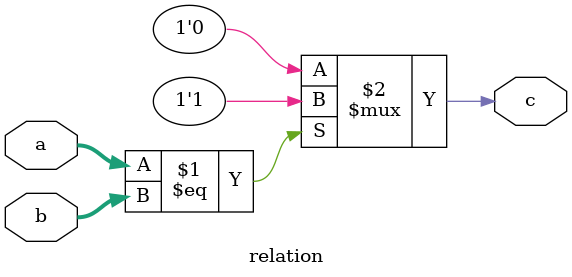
<source format=v>
module relation (
    input wire [1:0] a,
    input wire [1:0] b,
    output wire [0:0]c
);
    
assign c = (a == b) ? 1'b1 : 1'b0;
//assign c = (a == b);
//assign c = (a != b);

endmodule

</source>
